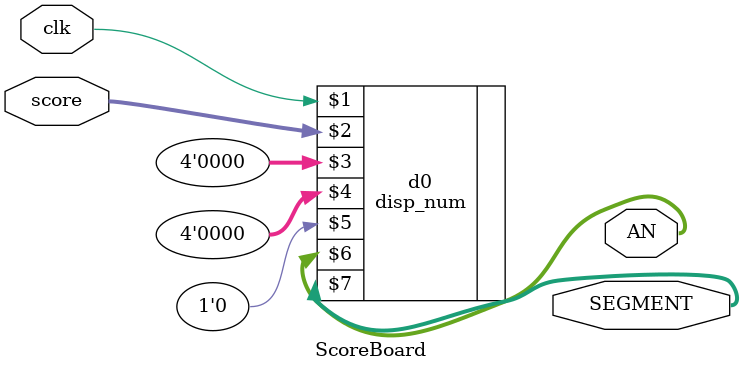
<source format=v>
`timescale 1ns / 1ps
module ScoreBoard(
input wire clk,
input wire [15:0] score,
output wire [3:0] AN,
output wire [7:0] SEGMENT
    );

//display the score on Sword Board
disp_num d0(clk, score, 4'b0, 4'b0, 1'b0, AN, SEGMENT);

endmodule

</source>
